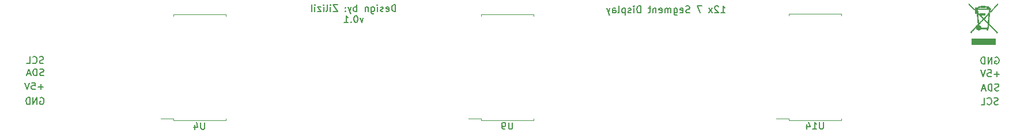
<source format=gbr>
%TF.GenerationSoftware,KiCad,Pcbnew,(6.0.0)*%
%TF.CreationDate,2023-05-02T22:40:52+02:00*%
%TF.ProjectId,7SegmentDisplay,37536567-6d65-46e7-9444-6973706c6179,rev?*%
%TF.SameCoordinates,Original*%
%TF.FileFunction,Legend,Bot*%
%TF.FilePolarity,Positive*%
%FSLAX46Y46*%
G04 Gerber Fmt 4.6, Leading zero omitted, Abs format (unit mm)*
G04 Created by KiCad (PCBNEW (6.0.0)) date 2023-05-02 22:40:52*
%MOMM*%
%LPD*%
G01*
G04 APERTURE LIST*
%ADD10C,0.150000*%
%ADD11C,0.010000*%
%ADD12C,0.120000*%
G04 APERTURE END LIST*
D10*
X113126066Y-78539780D02*
X113126066Y-77539780D01*
X112887971Y-77539780D01*
X112745114Y-77587400D01*
X112649876Y-77682638D01*
X112602257Y-77777876D01*
X112554638Y-77968352D01*
X112554638Y-78111209D01*
X112602257Y-78301685D01*
X112649876Y-78396923D01*
X112745114Y-78492161D01*
X112887971Y-78539780D01*
X113126066Y-78539780D01*
X111745114Y-78492161D02*
X111840352Y-78539780D01*
X112030828Y-78539780D01*
X112126066Y-78492161D01*
X112173685Y-78396923D01*
X112173685Y-78015971D01*
X112126066Y-77920733D01*
X112030828Y-77873114D01*
X111840352Y-77873114D01*
X111745114Y-77920733D01*
X111697495Y-78015971D01*
X111697495Y-78111209D01*
X112173685Y-78206447D01*
X111316542Y-78492161D02*
X111221304Y-78539780D01*
X111030828Y-78539780D01*
X110935590Y-78492161D01*
X110887971Y-78396923D01*
X110887971Y-78349304D01*
X110935590Y-78254066D01*
X111030828Y-78206447D01*
X111173685Y-78206447D01*
X111268923Y-78158828D01*
X111316542Y-78063590D01*
X111316542Y-78015971D01*
X111268923Y-77920733D01*
X111173685Y-77873114D01*
X111030828Y-77873114D01*
X110935590Y-77920733D01*
X110459400Y-78539780D02*
X110459400Y-77873114D01*
X110459400Y-77539780D02*
X110507019Y-77587400D01*
X110459400Y-77635019D01*
X110411780Y-77587400D01*
X110459400Y-77539780D01*
X110459400Y-77635019D01*
X109554638Y-77873114D02*
X109554638Y-78682638D01*
X109602257Y-78777876D01*
X109649876Y-78825495D01*
X109745114Y-78873114D01*
X109887971Y-78873114D01*
X109983209Y-78825495D01*
X109554638Y-78492161D02*
X109649876Y-78539780D01*
X109840352Y-78539780D01*
X109935590Y-78492161D01*
X109983209Y-78444542D01*
X110030828Y-78349304D01*
X110030828Y-78063590D01*
X109983209Y-77968352D01*
X109935590Y-77920733D01*
X109840352Y-77873114D01*
X109649876Y-77873114D01*
X109554638Y-77920733D01*
X109078447Y-77873114D02*
X109078447Y-78539780D01*
X109078447Y-77968352D02*
X109030828Y-77920733D01*
X108935590Y-77873114D01*
X108792733Y-77873114D01*
X108697495Y-77920733D01*
X108649876Y-78015971D01*
X108649876Y-78539780D01*
X107411780Y-78539780D02*
X107411780Y-77539780D01*
X107411780Y-77920733D02*
X107316542Y-77873114D01*
X107126066Y-77873114D01*
X107030828Y-77920733D01*
X106983209Y-77968352D01*
X106935590Y-78063590D01*
X106935590Y-78349304D01*
X106983209Y-78444542D01*
X107030828Y-78492161D01*
X107126066Y-78539780D01*
X107316542Y-78539780D01*
X107411780Y-78492161D01*
X106602257Y-77873114D02*
X106364161Y-78539780D01*
X106126066Y-77873114D02*
X106364161Y-78539780D01*
X106459400Y-78777876D01*
X106507019Y-78825495D01*
X106602257Y-78873114D01*
X105745114Y-78444542D02*
X105697495Y-78492161D01*
X105745114Y-78539780D01*
X105792733Y-78492161D01*
X105745114Y-78444542D01*
X105745114Y-78539780D01*
X105745114Y-77920733D02*
X105697495Y-77968352D01*
X105745114Y-78015971D01*
X105792733Y-77968352D01*
X105745114Y-77920733D01*
X105745114Y-78015971D01*
X104602257Y-77539780D02*
X103935590Y-77539780D01*
X104602257Y-78539780D01*
X103935590Y-78539780D01*
X103554638Y-78539780D02*
X103554638Y-77873114D01*
X103554638Y-77539780D02*
X103602257Y-77587400D01*
X103554638Y-77635019D01*
X103507019Y-77587400D01*
X103554638Y-77539780D01*
X103554638Y-77635019D01*
X102935590Y-78539780D02*
X103030828Y-78492161D01*
X103078447Y-78396923D01*
X103078447Y-77539780D01*
X102554638Y-78539780D02*
X102554638Y-77873114D01*
X102554638Y-77539780D02*
X102602257Y-77587400D01*
X102554638Y-77635019D01*
X102507019Y-77587400D01*
X102554638Y-77539780D01*
X102554638Y-77635019D01*
X102173685Y-77873114D02*
X101649876Y-77873114D01*
X102173685Y-78539780D01*
X101649876Y-78539780D01*
X101268923Y-78539780D02*
X101268923Y-77873114D01*
X101268923Y-77539780D02*
X101316542Y-77587400D01*
X101268923Y-77635019D01*
X101221304Y-77587400D01*
X101268923Y-77539780D01*
X101268923Y-77635019D01*
X100792733Y-78539780D02*
X100792733Y-77539780D01*
X108387971Y-79483114D02*
X108149876Y-80149780D01*
X107911780Y-79483114D01*
X107340352Y-79149780D02*
X107245114Y-79149780D01*
X107149876Y-79197400D01*
X107102257Y-79245019D01*
X107054638Y-79340257D01*
X107007019Y-79530733D01*
X107007019Y-79768828D01*
X107054638Y-79959304D01*
X107102257Y-80054542D01*
X107149876Y-80102161D01*
X107245114Y-80149780D01*
X107340352Y-80149780D01*
X107435590Y-80102161D01*
X107483209Y-80054542D01*
X107530828Y-79959304D01*
X107578447Y-79768828D01*
X107578447Y-79530733D01*
X107530828Y-79340257D01*
X107483209Y-79245019D01*
X107435590Y-79197400D01*
X107340352Y-79149780D01*
X106578447Y-80054542D02*
X106530828Y-80102161D01*
X106578447Y-80149780D01*
X106626066Y-80102161D01*
X106578447Y-80054542D01*
X106578447Y-80149780D01*
X105578447Y-80149780D02*
X106149876Y-80149780D01*
X105864161Y-80149780D02*
X105864161Y-79149780D01*
X105959400Y-79292638D01*
X106054638Y-79387876D01*
X106149876Y-79435495D01*
X160952438Y-78735180D02*
X161523866Y-78735180D01*
X161238152Y-78735180D02*
X161238152Y-77735180D01*
X161333390Y-77878038D01*
X161428628Y-77973276D01*
X161523866Y-78020895D01*
X160571485Y-77830419D02*
X160523866Y-77782800D01*
X160428628Y-77735180D01*
X160190533Y-77735180D01*
X160095295Y-77782800D01*
X160047676Y-77830419D01*
X160000057Y-77925657D01*
X160000057Y-78020895D01*
X160047676Y-78163752D01*
X160619104Y-78735180D01*
X160000057Y-78735180D01*
X159666723Y-78735180D02*
X159142914Y-78068514D01*
X159666723Y-78068514D02*
X159142914Y-78735180D01*
X158095295Y-77735180D02*
X157428628Y-77735180D01*
X157857200Y-78735180D01*
X156333390Y-78687561D02*
X156190533Y-78735180D01*
X155952438Y-78735180D01*
X155857200Y-78687561D01*
X155809580Y-78639942D01*
X155761961Y-78544704D01*
X155761961Y-78449466D01*
X155809580Y-78354228D01*
X155857200Y-78306609D01*
X155952438Y-78258990D01*
X156142914Y-78211371D01*
X156238152Y-78163752D01*
X156285771Y-78116133D01*
X156333390Y-78020895D01*
X156333390Y-77925657D01*
X156285771Y-77830419D01*
X156238152Y-77782800D01*
X156142914Y-77735180D01*
X155904819Y-77735180D01*
X155761961Y-77782800D01*
X154952438Y-78687561D02*
X155047676Y-78735180D01*
X155238152Y-78735180D01*
X155333390Y-78687561D01*
X155381009Y-78592323D01*
X155381009Y-78211371D01*
X155333390Y-78116133D01*
X155238152Y-78068514D01*
X155047676Y-78068514D01*
X154952438Y-78116133D01*
X154904819Y-78211371D01*
X154904819Y-78306609D01*
X155381009Y-78401847D01*
X154047676Y-78068514D02*
X154047676Y-78878038D01*
X154095295Y-78973276D01*
X154142914Y-79020895D01*
X154238152Y-79068514D01*
X154381009Y-79068514D01*
X154476247Y-79020895D01*
X154047676Y-78687561D02*
X154142914Y-78735180D01*
X154333390Y-78735180D01*
X154428628Y-78687561D01*
X154476247Y-78639942D01*
X154523866Y-78544704D01*
X154523866Y-78258990D01*
X154476247Y-78163752D01*
X154428628Y-78116133D01*
X154333390Y-78068514D01*
X154142914Y-78068514D01*
X154047676Y-78116133D01*
X153571485Y-78735180D02*
X153571485Y-78068514D01*
X153571485Y-78163752D02*
X153523866Y-78116133D01*
X153428628Y-78068514D01*
X153285771Y-78068514D01*
X153190533Y-78116133D01*
X153142914Y-78211371D01*
X153142914Y-78735180D01*
X153142914Y-78211371D02*
X153095295Y-78116133D01*
X153000057Y-78068514D01*
X152857200Y-78068514D01*
X152761961Y-78116133D01*
X152714342Y-78211371D01*
X152714342Y-78735180D01*
X151857200Y-78687561D02*
X151952438Y-78735180D01*
X152142914Y-78735180D01*
X152238152Y-78687561D01*
X152285771Y-78592323D01*
X152285771Y-78211371D01*
X152238152Y-78116133D01*
X152142914Y-78068514D01*
X151952438Y-78068514D01*
X151857200Y-78116133D01*
X151809580Y-78211371D01*
X151809580Y-78306609D01*
X152285771Y-78401847D01*
X151381009Y-78068514D02*
X151381009Y-78735180D01*
X151381009Y-78163752D02*
X151333390Y-78116133D01*
X151238152Y-78068514D01*
X151095295Y-78068514D01*
X151000057Y-78116133D01*
X150952438Y-78211371D01*
X150952438Y-78735180D01*
X150619104Y-78068514D02*
X150238152Y-78068514D01*
X150476247Y-77735180D02*
X150476247Y-78592323D01*
X150428628Y-78687561D01*
X150333390Y-78735180D01*
X150238152Y-78735180D01*
X149142914Y-78735180D02*
X149142914Y-77735180D01*
X148904819Y-77735180D01*
X148761961Y-77782800D01*
X148666723Y-77878038D01*
X148619104Y-77973276D01*
X148571485Y-78163752D01*
X148571485Y-78306609D01*
X148619104Y-78497085D01*
X148666723Y-78592323D01*
X148761961Y-78687561D01*
X148904819Y-78735180D01*
X149142914Y-78735180D01*
X148142914Y-78735180D02*
X148142914Y-78068514D01*
X148142914Y-77735180D02*
X148190533Y-77782800D01*
X148142914Y-77830419D01*
X148095295Y-77782800D01*
X148142914Y-77735180D01*
X148142914Y-77830419D01*
X147714342Y-78687561D02*
X147619104Y-78735180D01*
X147428628Y-78735180D01*
X147333390Y-78687561D01*
X147285771Y-78592323D01*
X147285771Y-78544704D01*
X147333390Y-78449466D01*
X147428628Y-78401847D01*
X147571485Y-78401847D01*
X147666723Y-78354228D01*
X147714342Y-78258990D01*
X147714342Y-78211371D01*
X147666723Y-78116133D01*
X147571485Y-78068514D01*
X147428628Y-78068514D01*
X147333390Y-78116133D01*
X146857200Y-78068514D02*
X146857200Y-79068514D01*
X146857200Y-78116133D02*
X146761961Y-78068514D01*
X146571485Y-78068514D01*
X146476247Y-78116133D01*
X146428628Y-78163752D01*
X146381009Y-78258990D01*
X146381009Y-78544704D01*
X146428628Y-78639942D01*
X146476247Y-78687561D01*
X146571485Y-78735180D01*
X146761961Y-78735180D01*
X146857200Y-78687561D01*
X145809580Y-78735180D02*
X145904819Y-78687561D01*
X145952438Y-78592323D01*
X145952438Y-77735180D01*
X145000057Y-78735180D02*
X145000057Y-78211371D01*
X145047676Y-78116133D01*
X145142914Y-78068514D01*
X145333390Y-78068514D01*
X145428628Y-78116133D01*
X145000057Y-78687561D02*
X145095295Y-78735180D01*
X145333390Y-78735180D01*
X145428628Y-78687561D01*
X145476247Y-78592323D01*
X145476247Y-78497085D01*
X145428628Y-78401847D01*
X145333390Y-78354228D01*
X145095295Y-78354228D01*
X145000057Y-78306609D01*
X144619104Y-78068514D02*
X144381009Y-78735180D01*
X144142914Y-78068514D02*
X144381009Y-78735180D01*
X144476247Y-78973276D01*
X144523866Y-79020895D01*
X144619104Y-79068514D01*
X201647276Y-92174961D02*
X201504419Y-92222580D01*
X201266323Y-92222580D01*
X201171085Y-92174961D01*
X201123466Y-92127342D01*
X201075847Y-92032104D01*
X201075847Y-91936866D01*
X201123466Y-91841628D01*
X201171085Y-91794009D01*
X201266323Y-91746390D01*
X201456800Y-91698771D01*
X201552038Y-91651152D01*
X201599657Y-91603533D01*
X201647276Y-91508295D01*
X201647276Y-91413057D01*
X201599657Y-91317819D01*
X201552038Y-91270200D01*
X201456800Y-91222580D01*
X201218704Y-91222580D01*
X201075847Y-91270200D01*
X200075847Y-92127342D02*
X200123466Y-92174961D01*
X200266323Y-92222580D01*
X200361561Y-92222580D01*
X200504419Y-92174961D01*
X200599657Y-92079723D01*
X200647276Y-91984485D01*
X200694895Y-91794009D01*
X200694895Y-91651152D01*
X200647276Y-91460676D01*
X200599657Y-91365438D01*
X200504419Y-91270200D01*
X200361561Y-91222580D01*
X200266323Y-91222580D01*
X200123466Y-91270200D01*
X200075847Y-91317819D01*
X199171085Y-92222580D02*
X199647276Y-92222580D01*
X199647276Y-91222580D01*
X201844114Y-87752228D02*
X201082209Y-87752228D01*
X201463161Y-88133180D02*
X201463161Y-87371276D01*
X200129828Y-87133180D02*
X200606019Y-87133180D01*
X200653638Y-87609371D01*
X200606019Y-87561752D01*
X200510780Y-87514133D01*
X200272685Y-87514133D01*
X200177447Y-87561752D01*
X200129828Y-87609371D01*
X200082209Y-87704609D01*
X200082209Y-87942704D01*
X200129828Y-88037942D01*
X200177447Y-88085561D01*
X200272685Y-88133180D01*
X200510780Y-88133180D01*
X200606019Y-88085561D01*
X200653638Y-88037942D01*
X199796495Y-87133180D02*
X199463161Y-88133180D01*
X199129828Y-87133180D01*
X201747285Y-90142961D02*
X201604428Y-90190580D01*
X201366333Y-90190580D01*
X201271095Y-90142961D01*
X201223476Y-90095342D01*
X201175857Y-90000104D01*
X201175857Y-89904866D01*
X201223476Y-89809628D01*
X201271095Y-89762009D01*
X201366333Y-89714390D01*
X201556809Y-89666771D01*
X201652047Y-89619152D01*
X201699666Y-89571533D01*
X201747285Y-89476295D01*
X201747285Y-89381057D01*
X201699666Y-89285819D01*
X201652047Y-89238200D01*
X201556809Y-89190580D01*
X201318714Y-89190580D01*
X201175857Y-89238200D01*
X200747285Y-90190580D02*
X200747285Y-89190580D01*
X200509190Y-89190580D01*
X200366333Y-89238200D01*
X200271095Y-89333438D01*
X200223476Y-89428676D01*
X200175857Y-89619152D01*
X200175857Y-89762009D01*
X200223476Y-89952485D01*
X200271095Y-90047723D01*
X200366333Y-90142961D01*
X200509190Y-90190580D01*
X200747285Y-90190580D01*
X199794904Y-89904866D02*
X199318714Y-89904866D01*
X199890142Y-90190580D02*
X199556809Y-89190580D01*
X199223476Y-90190580D01*
X201218704Y-85275800D02*
X201313942Y-85228180D01*
X201456800Y-85228180D01*
X201599657Y-85275800D01*
X201694895Y-85371038D01*
X201742514Y-85466276D01*
X201790133Y-85656752D01*
X201790133Y-85799609D01*
X201742514Y-85990085D01*
X201694895Y-86085323D01*
X201599657Y-86180561D01*
X201456800Y-86228180D01*
X201361561Y-86228180D01*
X201218704Y-86180561D01*
X201171085Y-86132942D01*
X201171085Y-85799609D01*
X201361561Y-85799609D01*
X200742514Y-86228180D02*
X200742514Y-85228180D01*
X200171085Y-86228180D01*
X200171085Y-85228180D01*
X199694895Y-86228180D02*
X199694895Y-85228180D01*
X199456800Y-85228180D01*
X199313942Y-85275800D01*
X199218704Y-85371038D01*
X199171085Y-85466276D01*
X199123466Y-85656752D01*
X199123466Y-85799609D01*
X199171085Y-85990085D01*
X199218704Y-86085323D01*
X199313942Y-86180561D01*
X199456800Y-86228180D01*
X199694895Y-86228180D01*
X61388476Y-86129761D02*
X61245619Y-86177380D01*
X61007523Y-86177380D01*
X60912285Y-86129761D01*
X60864666Y-86082142D01*
X60817047Y-85986904D01*
X60817047Y-85891666D01*
X60864666Y-85796428D01*
X60912285Y-85748809D01*
X61007523Y-85701190D01*
X61198000Y-85653571D01*
X61293238Y-85605952D01*
X61340857Y-85558333D01*
X61388476Y-85463095D01*
X61388476Y-85367857D01*
X61340857Y-85272619D01*
X61293238Y-85225000D01*
X61198000Y-85177380D01*
X60959904Y-85177380D01*
X60817047Y-85225000D01*
X59817047Y-86082142D02*
X59864666Y-86129761D01*
X60007523Y-86177380D01*
X60102761Y-86177380D01*
X60245619Y-86129761D01*
X60340857Y-86034523D01*
X60388476Y-85939285D01*
X60436095Y-85748809D01*
X60436095Y-85605952D01*
X60388476Y-85415476D01*
X60340857Y-85320238D01*
X60245619Y-85225000D01*
X60102761Y-85177380D01*
X60007523Y-85177380D01*
X59864666Y-85225000D01*
X59817047Y-85272619D01*
X58912285Y-86177380D02*
X59388476Y-86177380D01*
X59388476Y-85177380D01*
X61437685Y-87933161D02*
X61294828Y-87980780D01*
X61056733Y-87980780D01*
X60961495Y-87933161D01*
X60913876Y-87885542D01*
X60866257Y-87790304D01*
X60866257Y-87695066D01*
X60913876Y-87599828D01*
X60961495Y-87552209D01*
X61056733Y-87504590D01*
X61247209Y-87456971D01*
X61342447Y-87409352D01*
X61390066Y-87361733D01*
X61437685Y-87266495D01*
X61437685Y-87171257D01*
X61390066Y-87076019D01*
X61342447Y-87028400D01*
X61247209Y-86980780D01*
X61009114Y-86980780D01*
X60866257Y-87028400D01*
X60437685Y-87980780D02*
X60437685Y-86980780D01*
X60199590Y-86980780D01*
X60056733Y-87028400D01*
X59961495Y-87123638D01*
X59913876Y-87218876D01*
X59866257Y-87409352D01*
X59866257Y-87552209D01*
X59913876Y-87742685D01*
X59961495Y-87837923D01*
X60056733Y-87933161D01*
X60199590Y-87980780D01*
X60437685Y-87980780D01*
X59485304Y-87695066D02*
X59009114Y-87695066D01*
X59580542Y-87980780D02*
X59247209Y-86980780D01*
X58913876Y-87980780D01*
X61382114Y-89631828D02*
X60620209Y-89631828D01*
X61001161Y-90012780D02*
X61001161Y-89250876D01*
X59667828Y-89012780D02*
X60144019Y-89012780D01*
X60191638Y-89488971D01*
X60144019Y-89441352D01*
X60048780Y-89393733D01*
X59810685Y-89393733D01*
X59715447Y-89441352D01*
X59667828Y-89488971D01*
X59620209Y-89584209D01*
X59620209Y-89822304D01*
X59667828Y-89917542D01*
X59715447Y-89965161D01*
X59810685Y-90012780D01*
X60048780Y-90012780D01*
X60144019Y-89965161D01*
X60191638Y-89917542D01*
X59334495Y-89012780D02*
X59001161Y-90012780D01*
X58667828Y-89012780D01*
X60909104Y-91244800D02*
X61004342Y-91197180D01*
X61147200Y-91197180D01*
X61290057Y-91244800D01*
X61385295Y-91340038D01*
X61432914Y-91435276D01*
X61480533Y-91625752D01*
X61480533Y-91768609D01*
X61432914Y-91959085D01*
X61385295Y-92054323D01*
X61290057Y-92149561D01*
X61147200Y-92197180D01*
X61051961Y-92197180D01*
X60909104Y-92149561D01*
X60861485Y-92101942D01*
X60861485Y-91768609D01*
X61051961Y-91768609D01*
X60432914Y-92197180D02*
X60432914Y-91197180D01*
X59861485Y-92197180D01*
X59861485Y-91197180D01*
X59385295Y-92197180D02*
X59385295Y-91197180D01*
X59147200Y-91197180D01*
X59004342Y-91244800D01*
X58909104Y-91340038D01*
X58861485Y-91435276D01*
X58813866Y-91625752D01*
X58813866Y-91768609D01*
X58861485Y-91959085D01*
X58909104Y-92054323D01*
X59004342Y-92149561D01*
X59147200Y-92197180D01*
X59385295Y-92197180D01*
%TO.C,U14*%
X175990095Y-94816980D02*
X175990095Y-95626504D01*
X175942476Y-95721742D01*
X175894857Y-95769361D01*
X175799619Y-95816980D01*
X175609142Y-95816980D01*
X175513904Y-95769361D01*
X175466285Y-95721742D01*
X175418666Y-95626504D01*
X175418666Y-94816980D01*
X174418666Y-95816980D02*
X174990095Y-95816980D01*
X174704380Y-95816980D02*
X174704380Y-94816980D01*
X174799619Y-94959838D01*
X174894857Y-95055076D01*
X174990095Y-95102695D01*
X173561523Y-95150314D02*
X173561523Y-95816980D01*
X173799619Y-94769361D02*
X174037714Y-95483647D01*
X173418666Y-95483647D01*
%TO.C,U4*%
X85080159Y-94865224D02*
X85080159Y-95674748D01*
X85032540Y-95769986D01*
X84984921Y-95817605D01*
X84889683Y-95865224D01*
X84699207Y-95865224D01*
X84603969Y-95817605D01*
X84556350Y-95769986D01*
X84508731Y-95674748D01*
X84508731Y-94865224D01*
X83603969Y-95198558D02*
X83603969Y-95865224D01*
X83842064Y-94817605D02*
X84080159Y-95531891D01*
X83461112Y-95531891D01*
%TO.C,U9*%
X130301904Y-94845975D02*
X130301904Y-95655499D01*
X130254285Y-95750737D01*
X130206666Y-95798356D01*
X130111428Y-95845975D01*
X129920952Y-95845975D01*
X129825714Y-95798356D01*
X129778095Y-95750737D01*
X129730476Y-95655499D01*
X129730476Y-94845975D01*
X129206666Y-95845975D02*
X129016190Y-95845975D01*
X128920952Y-95798356D01*
X128873333Y-95750737D01*
X128778095Y-95607880D01*
X128730476Y-95417404D01*
X128730476Y-95036452D01*
X128778095Y-94941214D01*
X128825714Y-94893595D01*
X128920952Y-94845975D01*
X129111428Y-94845975D01*
X129206666Y-94893595D01*
X129254285Y-94941214D01*
X129301904Y-95036452D01*
X129301904Y-95274547D01*
X129254285Y-95369785D01*
X129206666Y-95417404D01*
X129111428Y-95465023D01*
X128920952Y-95465023D01*
X128825714Y-95417404D01*
X128778095Y-95369785D01*
X128730476Y-95274547D01*
D11*
%TO.C,REF\u002A\u002A*%
X197718378Y-83358022D02*
X201239171Y-83358022D01*
X201239171Y-83358022D02*
X201239171Y-82490398D01*
X201239171Y-82490398D02*
X197718378Y-82490398D01*
X197718378Y-82490398D02*
X197718378Y-83358022D01*
X197718378Y-83358022D02*
X197718378Y-83358022D01*
G36*
X201239171Y-83358022D02*
G01*
X197718378Y-83358022D01*
X197718378Y-82490398D01*
X201239171Y-82490398D01*
X201239171Y-83358022D01*
G37*
X201239171Y-83358022D02*
X197718378Y-83358022D01*
X197718378Y-82490398D01*
X201239171Y-82490398D01*
X201239171Y-83358022D01*
X197341770Y-77405048D02*
X197342389Y-77492131D01*
X197342389Y-77492131D02*
X197794114Y-77951091D01*
X197794114Y-77951091D02*
X198245839Y-78410052D01*
X198245839Y-78410052D02*
X198246168Y-78620671D01*
X198246168Y-78620671D02*
X198246497Y-78831289D01*
X198246497Y-78831289D02*
X198521590Y-78831289D01*
X198521590Y-78831289D02*
X198528678Y-78884730D01*
X198528678Y-78884730D02*
X198531362Y-78909088D01*
X198531362Y-78909088D02*
X198535887Y-78954959D01*
X198535887Y-78954959D02*
X198542009Y-79019605D01*
X198542009Y-79019605D02*
X198549488Y-79100291D01*
X198549488Y-79100291D02*
X198558081Y-79194281D01*
X198558081Y-79194281D02*
X198567546Y-79298837D01*
X198567546Y-79298837D02*
X198577642Y-79411225D01*
X198577642Y-79411225D02*
X198588126Y-79528707D01*
X198588126Y-79528707D02*
X198598756Y-79648548D01*
X198598756Y-79648548D02*
X198609291Y-79768011D01*
X198609291Y-79768011D02*
X198619487Y-79884359D01*
X198619487Y-79884359D02*
X198629105Y-79994857D01*
X198629105Y-79994857D02*
X198637900Y-80096769D01*
X198637900Y-80096769D02*
X198645632Y-80187358D01*
X198645632Y-80187358D02*
X198652058Y-80263887D01*
X198652058Y-80263887D02*
X198656937Y-80323621D01*
X198656937Y-80323621D02*
X198660025Y-80363824D01*
X198660025Y-80363824D02*
X198661083Y-80381759D01*
X198661083Y-80381759D02*
X198661082Y-80381844D01*
X198661082Y-80381844D02*
X198653373Y-80396235D01*
X198653373Y-80396235D02*
X198630219Y-80425948D01*
X198630219Y-80425948D02*
X198591305Y-80471331D01*
X198591305Y-80471331D02*
X198536316Y-80532729D01*
X198536316Y-80532729D02*
X198464936Y-80610488D01*
X198464936Y-80610488D02*
X198376851Y-80704954D01*
X198376851Y-80704954D02*
X198271746Y-80816472D01*
X198271746Y-80816472D02*
X198149305Y-80945388D01*
X198149305Y-80945388D02*
X198114890Y-80981487D01*
X198114890Y-80981487D02*
X197569063Y-81553616D01*
X197569063Y-81553616D02*
X197657319Y-81641636D01*
X197657319Y-81641636D02*
X197728715Y-81563958D01*
X197728715Y-81563958D02*
X197754834Y-81535886D01*
X197754834Y-81535886D02*
X197795634Y-81492474D01*
X197795634Y-81492474D02*
X197848423Y-81436566D01*
X197848423Y-81436566D02*
X197910509Y-81371008D01*
X197910509Y-81371008D02*
X197979200Y-81298641D01*
X197979200Y-81298641D02*
X198051804Y-81222312D01*
X198051804Y-81222312D02*
X198095240Y-81176724D01*
X198095240Y-81176724D02*
X198176784Y-81091319D01*
X198176784Y-81091319D02*
X198242696Y-81022910D01*
X198242696Y-81022910D02*
X198294656Y-80970253D01*
X198294656Y-80970253D02*
X198334345Y-80932105D01*
X198334345Y-80932105D02*
X198363443Y-80907220D01*
X198363443Y-80907220D02*
X198383631Y-80894356D01*
X198383631Y-80894356D02*
X198396590Y-80892268D01*
X198396590Y-80892268D02*
X198404000Y-80899713D01*
X198404000Y-80899713D02*
X198407542Y-80915446D01*
X198407542Y-80915446D02*
X198408897Y-80938223D01*
X198408897Y-80938223D02*
X198409079Y-80944439D01*
X198409079Y-80944439D02*
X198418497Y-80987261D01*
X198418497Y-80987261D02*
X198441703Y-81039019D01*
X198441703Y-81039019D02*
X198474064Y-81091528D01*
X198474064Y-81091528D02*
X198510948Y-81136603D01*
X198510948Y-81136603D02*
X198525707Y-81150528D01*
X198525707Y-81150528D02*
X198601433Y-81199247D01*
X198601433Y-81199247D02*
X198689892Y-81226506D01*
X198689892Y-81226506D02*
X198768100Y-81232973D01*
X198768100Y-81232973D02*
X198856732Y-81220776D01*
X198856732Y-81220776D02*
X198938588Y-81185013D01*
X198938588Y-81185013D02*
X199011036Y-81126922D01*
X199011036Y-81126922D02*
X199024403Y-81112462D01*
X199024403Y-81112462D02*
X199073282Y-81056933D01*
X199073282Y-81056933D02*
X199918874Y-81056933D01*
X199918874Y-81056933D02*
X199918874Y-81232973D01*
X199918874Y-81232973D02*
X200145210Y-81232973D01*
X200145210Y-81232973D02*
X200145210Y-81150731D01*
X200145210Y-81150731D02*
X200148050Y-81094586D01*
X200148050Y-81094586D02*
X200157593Y-81055616D01*
X200157593Y-81055616D02*
X200169191Y-81034419D01*
X200169191Y-81034419D02*
X200177477Y-81019252D01*
X200177477Y-81019252D02*
X200184573Y-80997262D01*
X200184573Y-80997262D02*
X200190948Y-80965187D01*
X200190948Y-80965187D02*
X200197072Y-80919769D01*
X200197072Y-80919769D02*
X200203416Y-80857748D01*
X200203416Y-80857748D02*
X200210450Y-80775862D01*
X200210450Y-80775862D02*
X200215266Y-80714946D01*
X200215266Y-80714946D02*
X200237361Y-80429543D01*
X200237361Y-80429543D02*
X200779765Y-80979005D01*
X200779765Y-80979005D02*
X200877837Y-81078428D01*
X200877837Y-81078428D02*
X200971984Y-81174015D01*
X200971984Y-81174015D02*
X201060485Y-81264010D01*
X201060485Y-81264010D02*
X201141620Y-81346657D01*
X201141620Y-81346657D02*
X201213669Y-81420201D01*
X201213669Y-81420201D02*
X201274912Y-81482884D01*
X201274912Y-81482884D02*
X201323627Y-81532952D01*
X201323627Y-81532952D02*
X201358096Y-81568648D01*
X201358096Y-81568648D02*
X201376579Y-81588195D01*
X201376579Y-81588195D02*
X201406943Y-81619144D01*
X201406943Y-81619144D02*
X201432271Y-81640730D01*
X201432271Y-81640730D02*
X201445895Y-81647923D01*
X201445895Y-81647923D02*
X201463295Y-81639497D01*
X201463295Y-81639497D02*
X201488660Y-81618445D01*
X201488660Y-81618445D02*
X201497258Y-81609871D01*
X201497258Y-81609871D02*
X201533714Y-81571820D01*
X201533714Y-81571820D02*
X201333002Y-81367858D01*
X201333002Y-81367858D02*
X201281796Y-81315899D01*
X201281796Y-81315899D02*
X201215769Y-81249020D01*
X201215769Y-81249020D02*
X201137818Y-81170150D01*
X201137818Y-81170150D02*
X201050838Y-81082214D01*
X201050838Y-81082214D02*
X200957726Y-80988141D01*
X200957726Y-80988141D02*
X200861379Y-80890858D01*
X200861379Y-80890858D02*
X200764692Y-80793293D01*
X200764692Y-80793293D02*
X200695334Y-80723345D01*
X200695334Y-80723345D02*
X200589903Y-80616750D01*
X200589903Y-80616750D02*
X200501329Y-80526507D01*
X200501329Y-80526507D02*
X200428481Y-80451392D01*
X200428481Y-80451392D02*
X200370223Y-80390186D01*
X200370223Y-80390186D02*
X200325425Y-80341666D01*
X200325425Y-80341666D02*
X200303221Y-80316329D01*
X200303221Y-80316329D02*
X200124924Y-80316329D01*
X200124924Y-80316329D02*
X200102601Y-80601755D01*
X200102601Y-80601755D02*
X200095869Y-80685419D01*
X200095869Y-80685419D02*
X200089357Y-80761927D01*
X200089357Y-80761927D02*
X200083434Y-80827281D01*
X200083434Y-80827281D02*
X200078468Y-80877481D01*
X200078468Y-80877481D02*
X200074829Y-80908529D01*
X200074829Y-80908529D02*
X200073658Y-80915473D01*
X200073658Y-80915473D02*
X200067038Y-80943765D01*
X200067038Y-80943765D02*
X199117564Y-80943765D01*
X199117564Y-80943765D02*
X199111226Y-80864806D01*
X199111226Y-80864806D02*
X199092090Y-80771515D01*
X199092090Y-80771515D02*
X199052046Y-80688991D01*
X199052046Y-80688991D02*
X198993618Y-80620238D01*
X198993618Y-80620238D02*
X198919329Y-80568263D01*
X198919329Y-80568263D02*
X198835948Y-80537063D01*
X198835948Y-80537063D02*
X198808898Y-80522428D01*
X198808898Y-80522428D02*
X198795356Y-80491019D01*
X198795356Y-80491019D02*
X198795072Y-80489634D01*
X198795072Y-80489634D02*
X198793447Y-80476374D01*
X198793447Y-80476374D02*
X198795456Y-80462795D01*
X198795456Y-80462795D02*
X198803058Y-80446381D01*
X198803058Y-80446381D02*
X198818216Y-80424611D01*
X198818216Y-80424611D02*
X198842888Y-80394967D01*
X198842888Y-80394967D02*
X198879036Y-80354932D01*
X198879036Y-80354932D02*
X198928620Y-80301985D01*
X198928620Y-80301985D02*
X198993601Y-80233609D01*
X198993601Y-80233609D02*
X198997799Y-80229205D01*
X198997799Y-80229205D02*
X199067693Y-80155811D01*
X199067693Y-80155811D02*
X199142000Y-80077637D01*
X199142000Y-80077637D02*
X199215614Y-80000064D01*
X199215614Y-80000064D02*
X199283429Y-79928475D01*
X199283429Y-79928475D02*
X199340340Y-79868251D01*
X199340340Y-79868251D02*
X199353032Y-79854787D01*
X199353032Y-79854787D02*
X199401687Y-79804020D01*
X199401687Y-79804020D02*
X199444909Y-79760575D01*
X199444909Y-79760575D02*
X199479595Y-79727441D01*
X199479595Y-79727441D02*
X199502644Y-79707605D01*
X199502644Y-79707605D02*
X199510382Y-79703246D01*
X199510382Y-79703246D02*
X199521922Y-79712370D01*
X199521922Y-79712370D02*
X199548910Y-79737400D01*
X199548910Y-79737400D02*
X199589221Y-79776252D01*
X199589221Y-79776252D02*
X199640729Y-79826843D01*
X199640729Y-79826843D02*
X199701309Y-79887088D01*
X199701309Y-79887088D02*
X199768836Y-79954904D01*
X199768836Y-79954904D02*
X199824026Y-80010765D01*
X199824026Y-80010765D02*
X200124924Y-80316329D01*
X200124924Y-80316329D02*
X200303221Y-80316329D01*
X200303221Y-80316329D02*
X200292951Y-80304611D01*
X200292951Y-80304611D02*
X200271671Y-80277799D01*
X200271671Y-80277799D02*
X200260451Y-80260008D01*
X200260451Y-80260008D02*
X200257954Y-80251770D01*
X200257954Y-80251770D02*
X200258900Y-80233790D01*
X200258900Y-80233790D02*
X200261773Y-80193092D01*
X200261773Y-80193092D02*
X200266387Y-80132019D01*
X200266387Y-80132019D02*
X200272558Y-80052913D01*
X200272558Y-80052913D02*
X200280098Y-79958114D01*
X200280098Y-79958114D02*
X200288821Y-79849967D01*
X200288821Y-79849967D02*
X200298543Y-79730812D01*
X200298543Y-79730812D02*
X200309076Y-79602991D01*
X200309076Y-79602991D02*
X200317565Y-79500835D01*
X200317565Y-79500835D02*
X200365596Y-78924874D01*
X200365596Y-78924874D02*
X200242005Y-78924874D01*
X200242005Y-78924874D02*
X200241473Y-78937304D01*
X200241473Y-78937304D02*
X200238969Y-78972310D01*
X200238969Y-78972310D02*
X200234696Y-79027415D01*
X200234696Y-79027415D02*
X200228853Y-79100143D01*
X200228853Y-79100143D02*
X200221643Y-79188014D01*
X200221643Y-79188014D02*
X200213266Y-79288551D01*
X200213266Y-79288551D02*
X200203923Y-79399277D01*
X200203923Y-79399277D02*
X200194958Y-79504405D01*
X200194958Y-79504405D02*
X200184802Y-79623683D01*
X200184802Y-79623683D02*
X200175342Y-79736280D01*
X200175342Y-79736280D02*
X200166796Y-79839505D01*
X200166796Y-79839505D02*
X200159379Y-79930673D01*
X200159379Y-79930673D02*
X200153308Y-80007095D01*
X200153308Y-80007095D02*
X200148801Y-80066083D01*
X200148801Y-80066083D02*
X200146073Y-80104949D01*
X200146073Y-80104949D02*
X200145316Y-80120044D01*
X200145316Y-80120044D02*
X200144135Y-80129438D01*
X200144135Y-80129438D02*
X200139456Y-80133166D01*
X200139456Y-80133166D02*
X200129476Y-80129671D01*
X200129476Y-80129671D02*
X200112390Y-80117399D01*
X200112390Y-80117399D02*
X200086396Y-80094794D01*
X200086396Y-80094794D02*
X200049690Y-80060300D01*
X200049690Y-80060300D02*
X200000467Y-80012362D01*
X200000467Y-80012362D02*
X199936926Y-79949424D01*
X199936926Y-79949424D02*
X199869505Y-79882168D01*
X199869505Y-79882168D02*
X199593801Y-79606677D01*
X199593801Y-79606677D02*
X199595733Y-79604606D01*
X199595733Y-79604606D02*
X199413490Y-79604606D01*
X199413490Y-79604606D02*
X199405184Y-79615980D01*
X199405184Y-79615980D02*
X199381933Y-79642763D01*
X199381933Y-79642763D02*
X199346065Y-79682492D01*
X199346065Y-79682492D02*
X199299913Y-79732707D01*
X199299913Y-79732707D02*
X199245806Y-79790946D01*
X199245806Y-79790946D02*
X199186074Y-79854747D01*
X199186074Y-79854747D02*
X199123048Y-79921649D01*
X199123048Y-79921649D02*
X199059058Y-79989190D01*
X199059058Y-79989190D02*
X198996436Y-80054910D01*
X198996436Y-80054910D02*
X198937510Y-80116346D01*
X198937510Y-80116346D02*
X198884612Y-80171037D01*
X198884612Y-80171037D02*
X198840072Y-80216522D01*
X198840072Y-80216522D02*
X198806220Y-80250338D01*
X198806220Y-80250338D02*
X198785388Y-80270026D01*
X198785388Y-80270026D02*
X198779706Y-80274037D01*
X198779706Y-80274037D02*
X198777834Y-80261091D01*
X198777834Y-80261091D02*
X198773946Y-80225334D01*
X198773946Y-80225334D02*
X198768257Y-80169004D01*
X198768257Y-80169004D02*
X198760981Y-80094340D01*
X198760981Y-80094340D02*
X198752331Y-80003580D01*
X198752331Y-80003580D02*
X198742522Y-79898962D01*
X198742522Y-79898962D02*
X198731766Y-79782726D01*
X198731766Y-79782726D02*
X198720279Y-79657108D01*
X198720279Y-79657108D02*
X198711107Y-79555818D01*
X198711107Y-79555818D02*
X198699374Y-79424479D01*
X198699374Y-79424479D02*
X198688535Y-79300752D01*
X198688535Y-79300752D02*
X198678770Y-79186881D01*
X198678770Y-79186881D02*
X198670263Y-79085111D01*
X198670263Y-79085111D02*
X198663195Y-78997687D01*
X198663195Y-78997687D02*
X198657749Y-78926853D01*
X198657749Y-78926853D02*
X198654108Y-78874853D01*
X198654108Y-78874853D02*
X198652453Y-78843932D01*
X198652453Y-78843932D02*
X198652642Y-78835903D01*
X198652642Y-78835903D02*
X198662534Y-78843054D01*
X198662534Y-78843054D02*
X198687724Y-78866041D01*
X198687724Y-78866041D02*
X198726010Y-78902639D01*
X198726010Y-78902639D02*
X198775189Y-78950622D01*
X198775189Y-78950622D02*
X198833061Y-79007766D01*
X198833061Y-79007766D02*
X198897422Y-79071847D01*
X198897422Y-79071847D02*
X198966071Y-79140638D01*
X198966071Y-79140638D02*
X199036805Y-79211916D01*
X199036805Y-79211916D02*
X199107422Y-79283455D01*
X199107422Y-79283455D02*
X199175720Y-79353030D01*
X199175720Y-79353030D02*
X199239496Y-79418417D01*
X199239496Y-79418417D02*
X199296550Y-79477391D01*
X199296550Y-79477391D02*
X199344678Y-79527727D01*
X199344678Y-79527727D02*
X199381678Y-79567199D01*
X199381678Y-79567199D02*
X199405348Y-79593583D01*
X199405348Y-79593583D02*
X199413490Y-79604606D01*
X199413490Y-79604606D02*
X199595733Y-79604606D01*
X199595733Y-79604606D02*
X199696609Y-79496495D01*
X199696609Y-79496495D02*
X199748968Y-79440577D01*
X199748968Y-79440577D02*
X199807735Y-79378148D01*
X199807735Y-79378148D02*
X199870585Y-79311643D01*
X199870585Y-79311643D02*
X199935195Y-79243498D01*
X199935195Y-79243498D02*
X199999242Y-79176148D01*
X199999242Y-79176148D02*
X200060403Y-79112028D01*
X200060403Y-79112028D02*
X200116353Y-79053572D01*
X200116353Y-79053572D02*
X200164770Y-79003218D01*
X200164770Y-79003218D02*
X200203330Y-78963398D01*
X200203330Y-78963398D02*
X200229709Y-78936550D01*
X200229709Y-78936550D02*
X200241584Y-78925108D01*
X200241584Y-78925108D02*
X200242005Y-78924874D01*
X200242005Y-78924874D02*
X200365596Y-78924874D01*
X200365596Y-78924874D02*
X200377601Y-78780926D01*
X200377601Y-78780926D02*
X200978138Y-78149358D01*
X200978138Y-78149358D02*
X201578675Y-77517789D01*
X201578675Y-77517789D02*
X201578234Y-77429515D01*
X201578234Y-77429515D02*
X201577792Y-77341240D01*
X201577792Y-77341240D02*
X201480783Y-77444866D01*
X201480783Y-77444866D02*
X201426491Y-77502663D01*
X201426491Y-77502663D02*
X201362392Y-77570568D01*
X201362392Y-77570568D02*
X201290216Y-77646772D01*
X201290216Y-77646772D02*
X201211692Y-77729469D01*
X201211692Y-77729469D02*
X201128549Y-77816853D01*
X201128549Y-77816853D02*
X201042519Y-77907115D01*
X201042519Y-77907115D02*
X200955330Y-77998450D01*
X200955330Y-77998450D02*
X200868713Y-78089049D01*
X200868713Y-78089049D02*
X200784397Y-78177107D01*
X200784397Y-78177107D02*
X200704112Y-78260815D01*
X200704112Y-78260815D02*
X200629587Y-78338367D01*
X200629587Y-78338367D02*
X200562554Y-78407957D01*
X200562554Y-78407957D02*
X200504741Y-78467776D01*
X200504741Y-78467776D02*
X200457879Y-78516018D01*
X200457879Y-78516018D02*
X200423696Y-78550876D01*
X200423696Y-78550876D02*
X200403924Y-78570543D01*
X200403924Y-78570543D02*
X200399590Y-78574316D01*
X200399590Y-78574316D02*
X200399292Y-78561192D01*
X200399292Y-78561192D02*
X200400931Y-78527589D01*
X200400931Y-78527589D02*
X200404223Y-78478080D01*
X200404223Y-78478080D02*
X200408882Y-78417237D01*
X200408882Y-78417237D02*
X200410882Y-78392932D01*
X200410882Y-78392932D02*
X200425777Y-78215151D01*
X200425777Y-78215151D02*
X200309155Y-78215151D01*
X200309155Y-78215151D02*
X200303134Y-78243443D01*
X200303134Y-78243443D02*
X200300063Y-78265818D01*
X200300063Y-78265818D02*
X200295748Y-78307917D01*
X200295748Y-78307917D02*
X200290688Y-78364378D01*
X200290688Y-78364378D02*
X200285381Y-78429835D01*
X200285381Y-78429835D02*
X200283544Y-78454062D01*
X200283544Y-78454062D02*
X200278127Y-78523621D01*
X200278127Y-78523621D02*
X200272659Y-78588218D01*
X200272659Y-78588218D02*
X200267688Y-78641748D01*
X200267688Y-78641748D02*
X200263761Y-78678110D01*
X200263761Y-78678110D02*
X200262875Y-78684709D01*
X200262875Y-78684709D02*
X200259534Y-78698256D01*
X200259534Y-78698256D02*
X200252301Y-78714114D01*
X200252301Y-78714114D02*
X200239640Y-78734061D01*
X200239640Y-78734061D02*
X200220011Y-78759873D01*
X200220011Y-78759873D02*
X200191878Y-78793329D01*
X200191878Y-78793329D02*
X200153702Y-78836207D01*
X200153702Y-78836207D02*
X200103946Y-78890283D01*
X200103946Y-78890283D02*
X200041071Y-78957336D01*
X200041071Y-78957336D02*
X199963541Y-79039143D01*
X199963541Y-79039143D02*
X199884451Y-79122150D01*
X199884451Y-79122150D02*
X199805764Y-79204294D01*
X199805764Y-79204294D02*
X199732312Y-79280369D01*
X199732312Y-79280369D02*
X199665924Y-79348525D01*
X199665924Y-79348525D02*
X199608427Y-79406912D01*
X199608427Y-79406912D02*
X199561651Y-79453681D01*
X199561651Y-79453681D02*
X199527424Y-79486982D01*
X199527424Y-79486982D02*
X199507573Y-79504967D01*
X199507573Y-79504967D02*
X199503340Y-79507642D01*
X199503340Y-79507642D02*
X199492203Y-79497941D01*
X199492203Y-79497941D02*
X199466171Y-79472641D01*
X199466171Y-79472641D02*
X199427770Y-79434282D01*
X199427770Y-79434282D02*
X199379528Y-79385400D01*
X199379528Y-79385400D02*
X199323970Y-79328534D01*
X199323970Y-79328534D02*
X199283792Y-79287106D01*
X199283792Y-79287106D02*
X199074031Y-79070200D01*
X199074031Y-79070200D02*
X199692537Y-79070200D01*
X199692537Y-79070200D02*
X199692537Y-78831289D01*
X199692537Y-78831289D02*
X198938081Y-78831289D01*
X198938081Y-78831289D02*
X198938081Y-78937742D01*
X198938081Y-78937742D02*
X198799765Y-78799854D01*
X198799765Y-78799854D02*
X198701647Y-78702040D01*
X198701647Y-78702040D02*
X198510557Y-78702040D01*
X198510557Y-78702040D02*
X198508729Y-78717470D01*
X198508729Y-78717470D02*
X198499477Y-78726067D01*
X198499477Y-78726067D02*
X198477150Y-78729813D01*
X198477150Y-78729813D02*
X198436095Y-78730689D01*
X198436095Y-78730689D02*
X198428824Y-78730695D01*
X198428824Y-78730695D02*
X198347091Y-78730695D01*
X198347091Y-78730695D02*
X198347091Y-78511372D01*
X198347091Y-78511372D02*
X198428824Y-78592379D01*
X198428824Y-78592379D02*
X198474930Y-78641628D01*
X198474930Y-78641628D02*
X198502506Y-78679359D01*
X198502506Y-78679359D02*
X198510557Y-78702040D01*
X198510557Y-78702040D02*
X198701647Y-78702040D01*
X198701647Y-78702040D02*
X198661448Y-78661966D01*
X198661448Y-78661966D02*
X198661448Y-78539152D01*
X198661448Y-78539152D02*
X198661063Y-78482650D01*
X198661063Y-78482650D02*
X198659300Y-78446705D01*
X198659300Y-78446705D02*
X198655250Y-78426730D01*
X198655250Y-78426730D02*
X198648001Y-78418137D01*
X198648001Y-78418137D02*
X198637070Y-78416339D01*
X198637070Y-78416339D02*
X198624912Y-78413698D01*
X198624912Y-78413698D02*
X198615927Y-78403112D01*
X198615927Y-78403112D02*
X198609026Y-78380581D01*
X198609026Y-78380581D02*
X198603124Y-78342109D01*
X198603124Y-78342109D02*
X198597135Y-78283698D01*
X198597135Y-78283698D02*
X198595213Y-78262304D01*
X198595213Y-78262304D02*
X198591052Y-78215151D01*
X198591052Y-78215151D02*
X200309155Y-78215151D01*
X200309155Y-78215151D02*
X200425777Y-78215151D01*
X200425777Y-78215151D02*
X200585309Y-78215151D01*
X200585309Y-78215151D02*
X200585309Y-78101982D01*
X200585309Y-78101982D02*
X200517514Y-78101982D01*
X200517514Y-78101982D02*
X200477862Y-78100896D01*
X200477862Y-78100896D02*
X200456316Y-78095654D01*
X200456316Y-78095654D02*
X200453680Y-78092534D01*
X200453680Y-78092534D02*
X200314816Y-78092534D01*
X200314816Y-78092534D02*
X200307508Y-78099662D01*
X200307508Y-78099662D02*
X200282193Y-78101862D01*
X200282193Y-78101862D02*
X200265108Y-78101982D01*
X200265108Y-78101982D02*
X200208081Y-78101982D01*
X200208081Y-78101982D02*
X199995421Y-78101982D01*
X199995421Y-78101982D02*
X198580898Y-78101982D01*
X198580898Y-78101982D02*
X198628742Y-78052986D01*
X198628742Y-78052986D02*
X198703050Y-77992524D01*
X198703050Y-77992524D02*
X198795016Y-77945891D01*
X198795016Y-77945891D02*
X198906198Y-77912449D01*
X198906198Y-77912449D02*
X199016671Y-77893953D01*
X199016671Y-77893953D02*
X199088973Y-77885322D01*
X199088973Y-77885322D02*
X199088973Y-77976240D01*
X199088973Y-77976240D02*
X199667388Y-77976240D01*
X199667388Y-77976240D02*
X199667388Y-77873093D01*
X199667388Y-77873093D02*
X199752265Y-77881696D01*
X199752265Y-77881696D02*
X199811568Y-77888956D01*
X199811568Y-77888956D02*
X199874751Y-77898579D01*
X199874751Y-77898579D02*
X199912586Y-77905452D01*
X199912586Y-77905452D02*
X199988032Y-77920607D01*
X199988032Y-77920607D02*
X199991726Y-78011295D01*
X199991726Y-78011295D02*
X199995421Y-78101982D01*
X199995421Y-78101982D02*
X200208081Y-78101982D01*
X200208081Y-78101982D02*
X200208081Y-78051685D01*
X200208081Y-78051685D02*
X200209744Y-78020176D01*
X200209744Y-78020176D02*
X200213897Y-78002663D01*
X200213897Y-78002663D02*
X200215571Y-78001388D01*
X200215571Y-78001388D02*
X200234187Y-78009454D01*
X200234187Y-78009454D02*
X200261383Y-78029020D01*
X200261383Y-78029020D02*
X200288648Y-78053144D01*
X200288648Y-78053144D02*
X200307467Y-78074882D01*
X200307467Y-78074882D02*
X200309143Y-78077708D01*
X200309143Y-78077708D02*
X200314816Y-78092534D01*
X200314816Y-78092534D02*
X200453680Y-78092534D01*
X200453680Y-78092534D02*
X200445862Y-78083281D01*
X200445862Y-78083281D02*
X200441642Y-78069804D01*
X200441642Y-78069804D02*
X200424419Y-78034827D01*
X200424419Y-78034827D02*
X200391338Y-77992779D01*
X200391338Y-77992779D02*
X200348093Y-77949556D01*
X200348093Y-77949556D02*
X200300374Y-77911054D01*
X200300374Y-77911054D02*
X200269030Y-77891001D01*
X200269030Y-77891001D02*
X200233323Y-77869051D01*
X200233323Y-77869051D02*
X200215019Y-77850611D01*
X200215019Y-77850611D02*
X200208588Y-77828868D01*
X200208588Y-77828868D02*
X200208094Y-77815918D01*
X200208094Y-77815918D02*
X200208094Y-77812775D01*
X200208094Y-77812775D02*
X199566794Y-77812775D01*
X199566794Y-77812775D02*
X199566794Y-77875646D01*
X199566794Y-77875646D02*
X199189567Y-77875646D01*
X199189567Y-77875646D02*
X199189567Y-77812775D01*
X199189567Y-77812775D02*
X199566794Y-77812775D01*
X199566794Y-77812775D02*
X200208094Y-77812775D01*
X200208094Y-77812775D02*
X200208081Y-77775052D01*
X200208081Y-77775052D02*
X200102248Y-77775052D01*
X200102248Y-77775052D02*
X200053555Y-77776229D01*
X200053555Y-77776229D02*
X200015605Y-77779365D01*
X200015605Y-77779365D02*
X199994508Y-77783871D01*
X199994508Y-77783871D02*
X199992223Y-77785695D01*
X199992223Y-77785695D02*
X199978841Y-77788495D01*
X199978841Y-77788495D02*
X199946274Y-77787348D01*
X199946274Y-77787348D02*
X199900116Y-77782593D01*
X199900116Y-77782593D02*
X199868576Y-77778203D01*
X199868576Y-77778203D02*
X199811388Y-77769578D01*
X199811388Y-77769578D02*
X199759086Y-77761791D01*
X199759086Y-77761791D02*
X199719782Y-77756047D01*
X199719782Y-77756047D02*
X199708255Y-77754415D01*
X199708255Y-77754415D02*
X199678137Y-77745088D01*
X199678137Y-77745088D02*
X199667388Y-77730472D01*
X199667388Y-77730472D02*
X199664120Y-77724520D01*
X199664120Y-77724520D02*
X199652430Y-77719978D01*
X199652430Y-77719978D02*
X199629488Y-77716670D01*
X199629488Y-77716670D02*
X199592465Y-77714415D01*
X199592465Y-77714415D02*
X199538532Y-77713034D01*
X199538532Y-77713034D02*
X199464860Y-77712350D01*
X199464860Y-77712350D02*
X199378180Y-77712180D01*
X199378180Y-77712180D02*
X199285671Y-77712277D01*
X199285671Y-77712277D02*
X199215294Y-77712730D01*
X199215294Y-77712730D02*
X199164036Y-77713790D01*
X199164036Y-77713790D02*
X199128880Y-77715703D01*
X199128880Y-77715703D02*
X199106811Y-77718719D01*
X199106811Y-77718719D02*
X199094815Y-77723085D01*
X199094815Y-77723085D02*
X199089876Y-77729049D01*
X199089876Y-77729049D02*
X199088973Y-77735984D01*
X199088973Y-77735984D02*
X199081279Y-77757995D01*
X199081279Y-77757995D02*
X199056079Y-77770521D01*
X199056079Y-77770521D02*
X199010191Y-77774988D01*
X199010191Y-77774988D02*
X199001936Y-77775052D01*
X199001936Y-77775052D02*
X198924227Y-77783068D01*
X198924227Y-77783068D02*
X198835967Y-77805136D01*
X198835967Y-77805136D02*
X198745115Y-77838284D01*
X198745115Y-77838284D02*
X198659630Y-77879539D01*
X198659630Y-77879539D02*
X198587474Y-77925931D01*
X198587474Y-77925931D02*
X198578128Y-77933282D01*
X198578128Y-77933282D02*
X198547667Y-77957198D01*
X198547667Y-77957198D02*
X198529628Y-77966776D01*
X198529628Y-77966776D02*
X198517031Y-77963680D01*
X198517031Y-77963680D02*
X198504100Y-77950904D01*
X198504100Y-77950904D02*
X198465907Y-77925878D01*
X198465907Y-77925878D02*
X198416202Y-77916271D01*
X198416202Y-77916271D02*
X198362676Y-77921267D01*
X198362676Y-77921267D02*
X198313022Y-77940051D01*
X198313022Y-77940051D02*
X198274933Y-77971806D01*
X198274933Y-77971806D02*
X198272175Y-77975497D01*
X198272175Y-77975497D02*
X198243674Y-78034775D01*
X198243674Y-78034775D02*
X198238372Y-78096134D01*
X198238372Y-78096134D02*
X198255682Y-78154627D01*
X198255682Y-78154627D02*
X198295020Y-78205304D01*
X198295020Y-78205304D02*
X198299830Y-78209489D01*
X198299830Y-78209489D02*
X198327760Y-78229367D01*
X198327760Y-78229367D02*
X198356098Y-78238121D01*
X198356098Y-78238121D02*
X198395937Y-78238753D01*
X198395937Y-78238753D02*
X198405889Y-78238192D01*
X198405889Y-78238192D02*
X198444868Y-78236762D01*
X198444868Y-78236762D02*
X198464946Y-78240039D01*
X198464946Y-78240039D02*
X198472215Y-78249928D01*
X198472215Y-78249928D02*
X198472960Y-78259161D01*
X198472960Y-78259161D02*
X198474484Y-78285944D01*
X198474484Y-78285944D02*
X198478265Y-78326225D01*
X198478265Y-78326225D02*
X198480982Y-78350324D01*
X198480982Y-78350324D02*
X198484923Y-78388601D01*
X198484923Y-78388601D02*
X198483284Y-78408196D01*
X198483284Y-78408196D02*
X198473779Y-78415358D01*
X198473779Y-78415358D02*
X198456849Y-78416339D01*
X198456849Y-78416339D02*
X198446808Y-78413101D01*
X198446808Y-78413101D02*
X198430610Y-78402620D01*
X198430610Y-78402620D02*
X198407055Y-78383748D01*
X198407055Y-78383748D02*
X198374943Y-78355335D01*
X198374943Y-78355335D02*
X198333072Y-78316235D01*
X198333072Y-78316235D02*
X198280243Y-78265297D01*
X198280243Y-78265297D02*
X198215255Y-78201373D01*
X198215255Y-78201373D02*
X198136909Y-78123314D01*
X198136909Y-78123314D02*
X198044003Y-78029972D01*
X198044003Y-78029972D02*
X197935337Y-77920198D01*
X197935337Y-77920198D02*
X197882969Y-77867152D01*
X197882969Y-77867152D02*
X197341151Y-77317967D01*
X197341151Y-77317967D02*
X197341770Y-77405048D01*
X197341770Y-77405048D02*
X197341770Y-77405048D01*
G36*
X200477862Y-78100896D02*
G01*
X200517514Y-78101982D01*
X200585309Y-78101982D01*
X200585309Y-78215151D01*
X200425777Y-78215151D01*
X200410882Y-78392932D01*
X200408882Y-78417237D01*
X200404223Y-78478080D01*
X200400931Y-78527589D01*
X200399292Y-78561192D01*
X200399590Y-78574316D01*
X200403924Y-78570543D01*
X200423696Y-78550876D01*
X200457879Y-78516018D01*
X200504741Y-78467776D01*
X200562554Y-78407957D01*
X200629587Y-78338367D01*
X200704112Y-78260815D01*
X200784397Y-78177107D01*
X200868713Y-78089049D01*
X200955330Y-77998450D01*
X201042519Y-77907115D01*
X201128549Y-77816853D01*
X201211692Y-77729469D01*
X201290216Y-77646772D01*
X201362392Y-77570568D01*
X201426491Y-77502663D01*
X201480783Y-77444866D01*
X201577792Y-77341240D01*
X201578234Y-77429515D01*
X201578675Y-77517789D01*
X200978138Y-78149358D01*
X200377601Y-78780926D01*
X200365596Y-78924874D01*
X200317565Y-79500835D01*
X200309076Y-79602991D01*
X200298543Y-79730812D01*
X200288821Y-79849967D01*
X200280098Y-79958114D01*
X200272558Y-80052913D01*
X200266387Y-80132019D01*
X200261773Y-80193092D01*
X200258900Y-80233790D01*
X200257954Y-80251770D01*
X200260451Y-80260008D01*
X200271671Y-80277799D01*
X200292951Y-80304611D01*
X200303221Y-80316329D01*
X200325425Y-80341666D01*
X200370223Y-80390186D01*
X200428481Y-80451392D01*
X200501329Y-80526507D01*
X200589903Y-80616750D01*
X200695334Y-80723345D01*
X200764692Y-80793293D01*
X200861379Y-80890858D01*
X200957726Y-80988141D01*
X201050838Y-81082214D01*
X201137818Y-81170150D01*
X201215769Y-81249020D01*
X201281796Y-81315899D01*
X201333002Y-81367858D01*
X201533714Y-81571820D01*
X201497258Y-81609871D01*
X201488660Y-81618445D01*
X201463295Y-81639497D01*
X201445895Y-81647923D01*
X201432271Y-81640730D01*
X201406943Y-81619144D01*
X201376579Y-81588195D01*
X201358096Y-81568648D01*
X201323627Y-81532952D01*
X201274912Y-81482884D01*
X201213669Y-81420201D01*
X201141620Y-81346657D01*
X201060485Y-81264010D01*
X200971984Y-81174015D01*
X200877837Y-81078428D01*
X200779765Y-80979005D01*
X200237361Y-80429543D01*
X200215266Y-80714946D01*
X200210450Y-80775862D01*
X200203416Y-80857748D01*
X200197072Y-80919769D01*
X200190948Y-80965187D01*
X200184573Y-80997262D01*
X200177477Y-81019252D01*
X200169191Y-81034419D01*
X200157593Y-81055616D01*
X200148050Y-81094586D01*
X200145210Y-81150731D01*
X200145210Y-81232973D01*
X199918874Y-81232973D01*
X199918874Y-81056933D01*
X199073282Y-81056933D01*
X199024403Y-81112462D01*
X199011036Y-81126922D01*
X198938588Y-81185013D01*
X198856732Y-81220776D01*
X198768100Y-81232973D01*
X198689892Y-81226506D01*
X198601433Y-81199247D01*
X198525707Y-81150528D01*
X198510948Y-81136603D01*
X198474064Y-81091528D01*
X198441703Y-81039019D01*
X198418497Y-80987261D01*
X198409079Y-80944439D01*
X198408897Y-80938223D01*
X198407542Y-80915446D01*
X198404000Y-80899713D01*
X198396590Y-80892268D01*
X198383631Y-80894356D01*
X198363443Y-80907220D01*
X198334345Y-80932105D01*
X198294656Y-80970253D01*
X198242696Y-81022910D01*
X198176784Y-81091319D01*
X198095240Y-81176724D01*
X198051804Y-81222312D01*
X197979200Y-81298641D01*
X197910509Y-81371008D01*
X197848423Y-81436566D01*
X197795634Y-81492474D01*
X197754834Y-81535886D01*
X197728715Y-81563958D01*
X197657319Y-81641636D01*
X197569063Y-81553616D01*
X198114890Y-80981487D01*
X198149305Y-80945388D01*
X198271746Y-80816472D01*
X198376851Y-80704954D01*
X198464936Y-80610488D01*
X198536316Y-80532729D01*
X198586788Y-80476374D01*
X198793447Y-80476374D01*
X198795072Y-80489634D01*
X198795356Y-80491019D01*
X198808898Y-80522428D01*
X198835948Y-80537063D01*
X198919329Y-80568263D01*
X198993618Y-80620238D01*
X199052046Y-80688991D01*
X199092090Y-80771515D01*
X199111226Y-80864806D01*
X199117564Y-80943765D01*
X200067038Y-80943765D01*
X200073658Y-80915473D01*
X200074829Y-80908529D01*
X200078468Y-80877481D01*
X200083434Y-80827281D01*
X200089357Y-80761927D01*
X200095869Y-80685419D01*
X200102601Y-80601755D01*
X200124924Y-80316329D01*
X199824026Y-80010765D01*
X199768836Y-79954904D01*
X199701309Y-79887088D01*
X199640729Y-79826843D01*
X199589221Y-79776252D01*
X199548910Y-79737400D01*
X199521922Y-79712370D01*
X199510382Y-79703246D01*
X199502644Y-79707605D01*
X199479595Y-79727441D01*
X199444909Y-79760575D01*
X199401687Y-79804020D01*
X199353032Y-79854787D01*
X199340340Y-79868251D01*
X199283429Y-79928475D01*
X199215614Y-80000064D01*
X199142000Y-80077637D01*
X199067693Y-80155811D01*
X198997799Y-80229205D01*
X198993601Y-80233609D01*
X198928620Y-80301985D01*
X198879036Y-80354932D01*
X198842888Y-80394967D01*
X198818216Y-80424611D01*
X198803058Y-80446381D01*
X198795456Y-80462795D01*
X198793447Y-80476374D01*
X198586788Y-80476374D01*
X198591305Y-80471331D01*
X198630219Y-80425948D01*
X198653373Y-80396235D01*
X198661082Y-80381844D01*
X198661083Y-80381759D01*
X198660025Y-80363824D01*
X198656937Y-80323621D01*
X198652058Y-80263887D01*
X198645632Y-80187358D01*
X198637900Y-80096769D01*
X198629105Y-79994857D01*
X198619487Y-79884359D01*
X198609291Y-79768011D01*
X198598756Y-79648548D01*
X198588126Y-79528707D01*
X198577642Y-79411225D01*
X198567546Y-79298837D01*
X198558081Y-79194281D01*
X198549488Y-79100291D01*
X198542009Y-79019605D01*
X198535887Y-78954959D01*
X198531362Y-78909088D01*
X198528678Y-78884730D01*
X198523267Y-78843932D01*
X198652453Y-78843932D01*
X198654108Y-78874853D01*
X198657749Y-78926853D01*
X198663195Y-78997687D01*
X198670263Y-79085111D01*
X198678770Y-79186881D01*
X198688535Y-79300752D01*
X198699374Y-79424479D01*
X198711107Y-79555818D01*
X198720279Y-79657108D01*
X198731766Y-79782726D01*
X198742522Y-79898962D01*
X198752331Y-80003580D01*
X198760981Y-80094340D01*
X198768257Y-80169004D01*
X198773946Y-80225334D01*
X198777834Y-80261091D01*
X198779706Y-80274037D01*
X198785388Y-80270026D01*
X198806220Y-80250338D01*
X198840072Y-80216522D01*
X198884612Y-80171037D01*
X198937510Y-80116346D01*
X198996436Y-80054910D01*
X199059058Y-79989190D01*
X199123048Y-79921649D01*
X199186074Y-79854747D01*
X199245806Y-79790946D01*
X199299913Y-79732707D01*
X199346065Y-79682492D01*
X199381933Y-79642763D01*
X199405184Y-79615980D01*
X199411978Y-79606677D01*
X199593801Y-79606677D01*
X199869505Y-79882168D01*
X199936926Y-79949424D01*
X200000467Y-80012362D01*
X200049690Y-80060300D01*
X200086396Y-80094794D01*
X200112390Y-80117399D01*
X200129476Y-80129671D01*
X200139456Y-80133166D01*
X200144135Y-80129438D01*
X200145316Y-80120044D01*
X200146073Y-80104949D01*
X200148801Y-80066083D01*
X200153308Y-80007095D01*
X200159379Y-79930673D01*
X200166796Y-79839505D01*
X200175342Y-79736280D01*
X200184802Y-79623683D01*
X200194958Y-79504405D01*
X200203923Y-79399277D01*
X200213266Y-79288551D01*
X200221643Y-79188014D01*
X200228853Y-79100143D01*
X200234696Y-79027415D01*
X200238969Y-78972310D01*
X200241473Y-78937304D01*
X200242005Y-78924874D01*
X200241584Y-78925108D01*
X200229709Y-78936550D01*
X200203330Y-78963398D01*
X200164770Y-79003218D01*
X200116353Y-79053572D01*
X200060403Y-79112028D01*
X199999242Y-79176148D01*
X199935195Y-79243498D01*
X199870585Y-79311643D01*
X199807735Y-79378148D01*
X199748968Y-79440577D01*
X199696609Y-79496495D01*
X199595733Y-79604606D01*
X199593801Y-79606677D01*
X199411978Y-79606677D01*
X199413490Y-79604606D01*
X199405348Y-79593583D01*
X199381678Y-79567199D01*
X199344678Y-79527727D01*
X199296550Y-79477391D01*
X199239496Y-79418417D01*
X199175720Y-79353030D01*
X199107422Y-79283455D01*
X199036805Y-79211916D01*
X198966071Y-79140638D01*
X198897422Y-79071847D01*
X198833061Y-79007766D01*
X198775189Y-78950622D01*
X198726010Y-78902639D01*
X198687724Y-78866041D01*
X198662534Y-78843054D01*
X198652642Y-78835903D01*
X198652453Y-78843932D01*
X198523267Y-78843932D01*
X198521590Y-78831289D01*
X198246497Y-78831289D01*
X198246340Y-78730695D01*
X198347091Y-78730695D01*
X198428824Y-78730695D01*
X198436095Y-78730689D01*
X198477150Y-78729813D01*
X198499477Y-78726067D01*
X198508729Y-78717470D01*
X198510557Y-78702040D01*
X198502506Y-78679359D01*
X198474930Y-78641628D01*
X198428824Y-78592379D01*
X198347091Y-78511372D01*
X198347091Y-78730695D01*
X198246340Y-78730695D01*
X198246168Y-78620671D01*
X198245839Y-78410052D01*
X197794114Y-77951091D01*
X197342389Y-77492131D01*
X197341770Y-77405048D01*
X197341151Y-77317967D01*
X197882969Y-77867152D01*
X197935337Y-77920198D01*
X198044003Y-78029972D01*
X198136909Y-78123314D01*
X198215255Y-78201373D01*
X198280243Y-78265297D01*
X198333072Y-78316235D01*
X198374943Y-78355335D01*
X198407055Y-78383748D01*
X198430610Y-78402620D01*
X198446808Y-78413101D01*
X198456849Y-78416339D01*
X198473779Y-78415358D01*
X198483284Y-78408196D01*
X198484923Y-78388601D01*
X198480982Y-78350324D01*
X198478265Y-78326225D01*
X198474484Y-78285944D01*
X198472960Y-78259161D01*
X198472215Y-78249928D01*
X198464946Y-78240039D01*
X198444868Y-78236762D01*
X198405889Y-78238192D01*
X198395937Y-78238753D01*
X198356098Y-78238121D01*
X198327760Y-78229367D01*
X198307786Y-78215151D01*
X198591052Y-78215151D01*
X198595213Y-78262304D01*
X198597135Y-78283698D01*
X198603124Y-78342109D01*
X198609026Y-78380581D01*
X198615927Y-78403112D01*
X198624912Y-78413698D01*
X198637070Y-78416339D01*
X198648001Y-78418137D01*
X198655250Y-78426730D01*
X198659300Y-78446705D01*
X198661063Y-78482650D01*
X198661448Y-78539152D01*
X198661448Y-78661966D01*
X198701647Y-78702040D01*
X198799765Y-78799854D01*
X198938081Y-78937742D01*
X198938081Y-78831289D01*
X199692537Y-78831289D01*
X199692537Y-79070200D01*
X199074031Y-79070200D01*
X199283792Y-79287106D01*
X199323970Y-79328534D01*
X199379528Y-79385400D01*
X199427770Y-79434282D01*
X199466171Y-79472641D01*
X199492203Y-79497941D01*
X199503340Y-79507642D01*
X199507573Y-79504967D01*
X199527424Y-79486982D01*
X199561651Y-79453681D01*
X199608427Y-79406912D01*
X199665924Y-79348525D01*
X199732312Y-79280369D01*
X199805764Y-79204294D01*
X199884451Y-79122150D01*
X199963541Y-79039143D01*
X200041071Y-78957336D01*
X200103946Y-78890283D01*
X200153702Y-78836207D01*
X200191878Y-78793329D01*
X200220011Y-78759873D01*
X200239640Y-78734061D01*
X200252301Y-78714114D01*
X200259534Y-78698256D01*
X200262875Y-78684709D01*
X200263761Y-78678110D01*
X200267688Y-78641748D01*
X200272659Y-78588218D01*
X200278127Y-78523621D01*
X200283544Y-78454062D01*
X200285381Y-78429835D01*
X200290688Y-78364378D01*
X200295748Y-78307917D01*
X200300063Y-78265818D01*
X200303134Y-78243443D01*
X200309155Y-78215151D01*
X198591052Y-78215151D01*
X198307786Y-78215151D01*
X198299830Y-78209489D01*
X198295020Y-78205304D01*
X198255682Y-78154627D01*
X198240103Y-78101982D01*
X198580898Y-78101982D01*
X199995421Y-78101982D01*
X200208081Y-78101982D01*
X200265108Y-78101982D01*
X200282193Y-78101862D01*
X200307508Y-78099662D01*
X200314816Y-78092534D01*
X200309143Y-78077708D01*
X200307467Y-78074882D01*
X200288648Y-78053144D01*
X200261383Y-78029020D01*
X200234187Y-78009454D01*
X200215571Y-78001388D01*
X200213897Y-78002663D01*
X200209744Y-78020176D01*
X200208081Y-78051685D01*
X200208081Y-78101982D01*
X199995421Y-78101982D01*
X199991726Y-78011295D01*
X199988032Y-77920607D01*
X199912586Y-77905452D01*
X199874751Y-77898579D01*
X199811568Y-77888956D01*
X199752265Y-77881696D01*
X199667388Y-77873093D01*
X199667388Y-77976240D01*
X199088973Y-77976240D01*
X199088973Y-77885322D01*
X199016671Y-77893953D01*
X198906198Y-77912449D01*
X198795016Y-77945891D01*
X198703050Y-77992524D01*
X198628742Y-78052986D01*
X198580898Y-78101982D01*
X198240103Y-78101982D01*
X198238372Y-78096134D01*
X198243674Y-78034775D01*
X198272175Y-77975497D01*
X198274933Y-77971806D01*
X198313022Y-77940051D01*
X198362676Y-77921267D01*
X198416202Y-77916271D01*
X198465907Y-77925878D01*
X198504100Y-77950904D01*
X198517031Y-77963680D01*
X198529628Y-77966776D01*
X198547667Y-77957198D01*
X198578128Y-77933282D01*
X198587474Y-77925931D01*
X198659630Y-77879539D01*
X198745115Y-77838284D01*
X198815030Y-77812775D01*
X199189567Y-77812775D01*
X199189567Y-77875646D01*
X199566794Y-77875646D01*
X199566794Y-77812775D01*
X199189567Y-77812775D01*
X198815030Y-77812775D01*
X198835967Y-77805136D01*
X198924227Y-77783068D01*
X199001936Y-77775052D01*
X199010191Y-77774988D01*
X199056079Y-77770521D01*
X199081279Y-77757995D01*
X199088973Y-77735984D01*
X199089876Y-77729049D01*
X199094815Y-77723085D01*
X199106811Y-77718719D01*
X199128880Y-77715703D01*
X199164036Y-77713790D01*
X199215294Y-77712730D01*
X199285671Y-77712277D01*
X199378180Y-77712180D01*
X199464860Y-77712350D01*
X199538532Y-77713034D01*
X199592465Y-77714415D01*
X199629488Y-77716670D01*
X199652430Y-77719978D01*
X199664120Y-77724520D01*
X199667388Y-77730472D01*
X199678137Y-77745088D01*
X199708255Y-77754415D01*
X199719782Y-77756047D01*
X199759086Y-77761791D01*
X199811388Y-77769578D01*
X199868576Y-77778203D01*
X199900116Y-77782593D01*
X199946274Y-77787348D01*
X199978841Y-77788495D01*
X199992223Y-77785695D01*
X199994508Y-77783871D01*
X200015605Y-77779365D01*
X200053555Y-77776229D01*
X200102248Y-77775052D01*
X200208081Y-77775052D01*
X200208094Y-77812775D01*
X200208094Y-77815918D01*
X200208588Y-77828868D01*
X200215019Y-77850611D01*
X200233323Y-77869051D01*
X200269030Y-77891001D01*
X200300374Y-77911054D01*
X200348093Y-77949556D01*
X200391338Y-77992779D01*
X200424419Y-78034827D01*
X200441642Y-78069804D01*
X200445862Y-78083281D01*
X200453680Y-78092534D01*
X200456316Y-78095654D01*
X200477862Y-78100896D01*
G37*
X200477862Y-78100896D02*
X200517514Y-78101982D01*
X200585309Y-78101982D01*
X200585309Y-78215151D01*
X200425777Y-78215151D01*
X200410882Y-78392932D01*
X200408882Y-78417237D01*
X200404223Y-78478080D01*
X200400931Y-78527589D01*
X200399292Y-78561192D01*
X200399590Y-78574316D01*
X200403924Y-78570543D01*
X200423696Y-78550876D01*
X200457879Y-78516018D01*
X200504741Y-78467776D01*
X200562554Y-78407957D01*
X200629587Y-78338367D01*
X200704112Y-78260815D01*
X200784397Y-78177107D01*
X200868713Y-78089049D01*
X200955330Y-77998450D01*
X201042519Y-77907115D01*
X201128549Y-77816853D01*
X201211692Y-77729469D01*
X201290216Y-77646772D01*
X201362392Y-77570568D01*
X201426491Y-77502663D01*
X201480783Y-77444866D01*
X201577792Y-77341240D01*
X201578234Y-77429515D01*
X201578675Y-77517789D01*
X200978138Y-78149358D01*
X200377601Y-78780926D01*
X200365596Y-78924874D01*
X200317565Y-79500835D01*
X200309076Y-79602991D01*
X200298543Y-79730812D01*
X200288821Y-79849967D01*
X200280098Y-79958114D01*
X200272558Y-80052913D01*
X200266387Y-80132019D01*
X200261773Y-80193092D01*
X200258900Y-80233790D01*
X200257954Y-80251770D01*
X200260451Y-80260008D01*
X200271671Y-80277799D01*
X200292951Y-80304611D01*
X200303221Y-80316329D01*
X200325425Y-80341666D01*
X200370223Y-80390186D01*
X200428481Y-80451392D01*
X200501329Y-80526507D01*
X200589903Y-80616750D01*
X200695334Y-80723345D01*
X200764692Y-80793293D01*
X200861379Y-80890858D01*
X200957726Y-80988141D01*
X201050838Y-81082214D01*
X201137818Y-81170150D01*
X201215769Y-81249020D01*
X201281796Y-81315899D01*
X201333002Y-81367858D01*
X201533714Y-81571820D01*
X201497258Y-81609871D01*
X201488660Y-81618445D01*
X201463295Y-81639497D01*
X201445895Y-81647923D01*
X201432271Y-81640730D01*
X201406943Y-81619144D01*
X201376579Y-81588195D01*
X201358096Y-81568648D01*
X201323627Y-81532952D01*
X201274912Y-81482884D01*
X201213669Y-81420201D01*
X201141620Y-81346657D01*
X201060485Y-81264010D01*
X200971984Y-81174015D01*
X200877837Y-81078428D01*
X200779765Y-80979005D01*
X200237361Y-80429543D01*
X200215266Y-80714946D01*
X200210450Y-80775862D01*
X200203416Y-80857748D01*
X200197072Y-80919769D01*
X200190948Y-80965187D01*
X200184573Y-80997262D01*
X200177477Y-81019252D01*
X200169191Y-81034419D01*
X200157593Y-81055616D01*
X200148050Y-81094586D01*
X200145210Y-81150731D01*
X200145210Y-81232973D01*
X199918874Y-81232973D01*
X199918874Y-81056933D01*
X199073282Y-81056933D01*
X199024403Y-81112462D01*
X199011036Y-81126922D01*
X198938588Y-81185013D01*
X198856732Y-81220776D01*
X198768100Y-81232973D01*
X198689892Y-81226506D01*
X198601433Y-81199247D01*
X198525707Y-81150528D01*
X198510948Y-81136603D01*
X198474064Y-81091528D01*
X198441703Y-81039019D01*
X198418497Y-80987261D01*
X198409079Y-80944439D01*
X198408897Y-80938223D01*
X198407542Y-80915446D01*
X198404000Y-80899713D01*
X198396590Y-80892268D01*
X198383631Y-80894356D01*
X198363443Y-80907220D01*
X198334345Y-80932105D01*
X198294656Y-80970253D01*
X198242696Y-81022910D01*
X198176784Y-81091319D01*
X198095240Y-81176724D01*
X198051804Y-81222312D01*
X197979200Y-81298641D01*
X197910509Y-81371008D01*
X197848423Y-81436566D01*
X197795634Y-81492474D01*
X197754834Y-81535886D01*
X197728715Y-81563958D01*
X197657319Y-81641636D01*
X197569063Y-81553616D01*
X198114890Y-80981487D01*
X198149305Y-80945388D01*
X198271746Y-80816472D01*
X198376851Y-80704954D01*
X198464936Y-80610488D01*
X198536316Y-80532729D01*
X198586788Y-80476374D01*
X198793447Y-80476374D01*
X198795072Y-80489634D01*
X198795356Y-80491019D01*
X198808898Y-80522428D01*
X198835948Y-80537063D01*
X198919329Y-80568263D01*
X198993618Y-80620238D01*
X199052046Y-80688991D01*
X199092090Y-80771515D01*
X199111226Y-80864806D01*
X199117564Y-80943765D01*
X200067038Y-80943765D01*
X200073658Y-80915473D01*
X200074829Y-80908529D01*
X200078468Y-80877481D01*
X200083434Y-80827281D01*
X200089357Y-80761927D01*
X200095869Y-80685419D01*
X200102601Y-80601755D01*
X200124924Y-80316329D01*
X199824026Y-80010765D01*
X199768836Y-79954904D01*
X199701309Y-79887088D01*
X199640729Y-79826843D01*
X199589221Y-79776252D01*
X199548910Y-79737400D01*
X199521922Y-79712370D01*
X199510382Y-79703246D01*
X199502644Y-79707605D01*
X199479595Y-79727441D01*
X199444909Y-79760575D01*
X199401687Y-79804020D01*
X199353032Y-79854787D01*
X199340340Y-79868251D01*
X199283429Y-79928475D01*
X199215614Y-80000064D01*
X199142000Y-80077637D01*
X199067693Y-80155811D01*
X198997799Y-80229205D01*
X198993601Y-80233609D01*
X198928620Y-80301985D01*
X198879036Y-80354932D01*
X198842888Y-80394967D01*
X198818216Y-80424611D01*
X198803058Y-80446381D01*
X198795456Y-80462795D01*
X198793447Y-80476374D01*
X198586788Y-80476374D01*
X198591305Y-80471331D01*
X198630219Y-80425948D01*
X198653373Y-80396235D01*
X198661082Y-80381844D01*
X198661083Y-80381759D01*
X198660025Y-80363824D01*
X198656937Y-80323621D01*
X198652058Y-80263887D01*
X198645632Y-80187358D01*
X198637900Y-80096769D01*
X198629105Y-79994857D01*
X198619487Y-79884359D01*
X198609291Y-79768011D01*
X198598756Y-79648548D01*
X198588126Y-79528707D01*
X198577642Y-79411225D01*
X198567546Y-79298837D01*
X198558081Y-79194281D01*
X198549488Y-79100291D01*
X198542009Y-79019605D01*
X198535887Y-78954959D01*
X198531362Y-78909088D01*
X198528678Y-78884730D01*
X198523267Y-78843932D01*
X198652453Y-78843932D01*
X198654108Y-78874853D01*
X198657749Y-78926853D01*
X198663195Y-78997687D01*
X198670263Y-79085111D01*
X198678770Y-79186881D01*
X198688535Y-79300752D01*
X198699374Y-79424479D01*
X198711107Y-79555818D01*
X198720279Y-79657108D01*
X198731766Y-79782726D01*
X198742522Y-79898962D01*
X198752331Y-80003580D01*
X198760981Y-80094340D01*
X198768257Y-80169004D01*
X198773946Y-80225334D01*
X198777834Y-80261091D01*
X198779706Y-80274037D01*
X198785388Y-80270026D01*
X198806220Y-80250338D01*
X198840072Y-80216522D01*
X198884612Y-80171037D01*
X198937510Y-80116346D01*
X198996436Y-80054910D01*
X199059058Y-79989190D01*
X199123048Y-79921649D01*
X199186074Y-79854747D01*
X199245806Y-79790946D01*
X199299913Y-79732707D01*
X199346065Y-79682492D01*
X199381933Y-79642763D01*
X199405184Y-79615980D01*
X199411978Y-79606677D01*
X199593801Y-79606677D01*
X199869505Y-79882168D01*
X199936926Y-79949424D01*
X200000467Y-80012362D01*
X200049690Y-80060300D01*
X200086396Y-80094794D01*
X200112390Y-80117399D01*
X200129476Y-80129671D01*
X200139456Y-80133166D01*
X200144135Y-80129438D01*
X200145316Y-80120044D01*
X200146073Y-80104949D01*
X200148801Y-80066083D01*
X200153308Y-80007095D01*
X200159379Y-79930673D01*
X200166796Y-79839505D01*
X200175342Y-79736280D01*
X200184802Y-79623683D01*
X200194958Y-79504405D01*
X200203923Y-79399277D01*
X200213266Y-79288551D01*
X200221643Y-79188014D01*
X200228853Y-79100143D01*
X200234696Y-79027415D01*
X200238969Y-78972310D01*
X200241473Y-78937304D01*
X200242005Y-78924874D01*
X200241584Y-78925108D01*
X200229709Y-78936550D01*
X200203330Y-78963398D01*
X200164770Y-79003218D01*
X200116353Y-79053572D01*
X200060403Y-79112028D01*
X199999242Y-79176148D01*
X199935195Y-79243498D01*
X199870585Y-79311643D01*
X199807735Y-79378148D01*
X199748968Y-79440577D01*
X199696609Y-79496495D01*
X199595733Y-79604606D01*
X199593801Y-79606677D01*
X199411978Y-79606677D01*
X199413490Y-79604606D01*
X199405348Y-79593583D01*
X199381678Y-79567199D01*
X199344678Y-79527727D01*
X199296550Y-79477391D01*
X199239496Y-79418417D01*
X199175720Y-79353030D01*
X199107422Y-79283455D01*
X199036805Y-79211916D01*
X198966071Y-79140638D01*
X198897422Y-79071847D01*
X198833061Y-79007766D01*
X198775189Y-78950622D01*
X198726010Y-78902639D01*
X198687724Y-78866041D01*
X198662534Y-78843054D01*
X198652642Y-78835903D01*
X198652453Y-78843932D01*
X198523267Y-78843932D01*
X198521590Y-78831289D01*
X198246497Y-78831289D01*
X198246340Y-78730695D01*
X198347091Y-78730695D01*
X198428824Y-78730695D01*
X198436095Y-78730689D01*
X198477150Y-78729813D01*
X198499477Y-78726067D01*
X198508729Y-78717470D01*
X198510557Y-78702040D01*
X198502506Y-78679359D01*
X198474930Y-78641628D01*
X198428824Y-78592379D01*
X198347091Y-78511372D01*
X198347091Y-78730695D01*
X198246340Y-78730695D01*
X198246168Y-78620671D01*
X198245839Y-78410052D01*
X197794114Y-77951091D01*
X197342389Y-77492131D01*
X197341770Y-77405048D01*
X197341151Y-77317967D01*
X197882969Y-77867152D01*
X197935337Y-77920198D01*
X198044003Y-78029972D01*
X198136909Y-78123314D01*
X198215255Y-78201373D01*
X198280243Y-78265297D01*
X198333072Y-78316235D01*
X198374943Y-78355335D01*
X198407055Y-78383748D01*
X198430610Y-78402620D01*
X198446808Y-78413101D01*
X198456849Y-78416339D01*
X198473779Y-78415358D01*
X198483284Y-78408196D01*
X198484923Y-78388601D01*
X198480982Y-78350324D01*
X198478265Y-78326225D01*
X198474484Y-78285944D01*
X198472960Y-78259161D01*
X198472215Y-78249928D01*
X198464946Y-78240039D01*
X198444868Y-78236762D01*
X198405889Y-78238192D01*
X198395937Y-78238753D01*
X198356098Y-78238121D01*
X198327760Y-78229367D01*
X198307786Y-78215151D01*
X198591052Y-78215151D01*
X198595213Y-78262304D01*
X198597135Y-78283698D01*
X198603124Y-78342109D01*
X198609026Y-78380581D01*
X198615927Y-78403112D01*
X198624912Y-78413698D01*
X198637070Y-78416339D01*
X198648001Y-78418137D01*
X198655250Y-78426730D01*
X198659300Y-78446705D01*
X198661063Y-78482650D01*
X198661448Y-78539152D01*
X198661448Y-78661966D01*
X198701647Y-78702040D01*
X198799765Y-78799854D01*
X198938081Y-78937742D01*
X198938081Y-78831289D01*
X199692537Y-78831289D01*
X199692537Y-79070200D01*
X199074031Y-79070200D01*
X199283792Y-79287106D01*
X199323970Y-79328534D01*
X199379528Y-79385400D01*
X199427770Y-79434282D01*
X199466171Y-79472641D01*
X199492203Y-79497941D01*
X199503340Y-79507642D01*
X199507573Y-79504967D01*
X199527424Y-79486982D01*
X199561651Y-79453681D01*
X199608427Y-79406912D01*
X199665924Y-79348525D01*
X199732312Y-79280369D01*
X199805764Y-79204294D01*
X199884451Y-79122150D01*
X199963541Y-79039143D01*
X200041071Y-78957336D01*
X200103946Y-78890283D01*
X200153702Y-78836207D01*
X200191878Y-78793329D01*
X200220011Y-78759873D01*
X200239640Y-78734061D01*
X200252301Y-78714114D01*
X200259534Y-78698256D01*
X200262875Y-78684709D01*
X200263761Y-78678110D01*
X200267688Y-78641748D01*
X200272659Y-78588218D01*
X200278127Y-78523621D01*
X200283544Y-78454062D01*
X200285381Y-78429835D01*
X200290688Y-78364378D01*
X200295748Y-78307917D01*
X200300063Y-78265818D01*
X200303134Y-78243443D01*
X200309155Y-78215151D01*
X198591052Y-78215151D01*
X198307786Y-78215151D01*
X198299830Y-78209489D01*
X198295020Y-78205304D01*
X198255682Y-78154627D01*
X198240103Y-78101982D01*
X198580898Y-78101982D01*
X199995421Y-78101982D01*
X200208081Y-78101982D01*
X200265108Y-78101982D01*
X200282193Y-78101862D01*
X200307508Y-78099662D01*
X200314816Y-78092534D01*
X200309143Y-78077708D01*
X200307467Y-78074882D01*
X200288648Y-78053144D01*
X200261383Y-78029020D01*
X200234187Y-78009454D01*
X200215571Y-78001388D01*
X200213897Y-78002663D01*
X200209744Y-78020176D01*
X200208081Y-78051685D01*
X200208081Y-78101982D01*
X199995421Y-78101982D01*
X199991726Y-78011295D01*
X199988032Y-77920607D01*
X199912586Y-77905452D01*
X199874751Y-77898579D01*
X199811568Y-77888956D01*
X199752265Y-77881696D01*
X199667388Y-77873093D01*
X199667388Y-77976240D01*
X199088973Y-77976240D01*
X199088973Y-77885322D01*
X199016671Y-77893953D01*
X198906198Y-77912449D01*
X198795016Y-77945891D01*
X198703050Y-77992524D01*
X198628742Y-78052986D01*
X198580898Y-78101982D01*
X198240103Y-78101982D01*
X198238372Y-78096134D01*
X198243674Y-78034775D01*
X198272175Y-77975497D01*
X198274933Y-77971806D01*
X198313022Y-77940051D01*
X198362676Y-77921267D01*
X198416202Y-77916271D01*
X198465907Y-77925878D01*
X198504100Y-77950904D01*
X198517031Y-77963680D01*
X198529628Y-77966776D01*
X198547667Y-77957198D01*
X198578128Y-77933282D01*
X198587474Y-77925931D01*
X198659630Y-77879539D01*
X198745115Y-77838284D01*
X198815030Y-77812775D01*
X199189567Y-77812775D01*
X199189567Y-77875646D01*
X199566794Y-77875646D01*
X199566794Y-77812775D01*
X199189567Y-77812775D01*
X198815030Y-77812775D01*
X198835967Y-77805136D01*
X198924227Y-77783068D01*
X199001936Y-77775052D01*
X199010191Y-77774988D01*
X199056079Y-77770521D01*
X199081279Y-77757995D01*
X199088973Y-77735984D01*
X199089876Y-77729049D01*
X199094815Y-77723085D01*
X199106811Y-77718719D01*
X199128880Y-77715703D01*
X199164036Y-77713790D01*
X199215294Y-77712730D01*
X199285671Y-77712277D01*
X199378180Y-77712180D01*
X199464860Y-77712350D01*
X199538532Y-77713034D01*
X199592465Y-77714415D01*
X199629488Y-77716670D01*
X199652430Y-77719978D01*
X199664120Y-77724520D01*
X199667388Y-77730472D01*
X199678137Y-77745088D01*
X199708255Y-77754415D01*
X199719782Y-77756047D01*
X199759086Y-77761791D01*
X199811388Y-77769578D01*
X199868576Y-77778203D01*
X199900116Y-77782593D01*
X199946274Y-77787348D01*
X199978841Y-77788495D01*
X199992223Y-77785695D01*
X199994508Y-77783871D01*
X200015605Y-77779365D01*
X200053555Y-77776229D01*
X200102248Y-77775052D01*
X200208081Y-77775052D01*
X200208094Y-77812775D01*
X200208094Y-77815918D01*
X200208588Y-77828868D01*
X200215019Y-77850611D01*
X200233323Y-77869051D01*
X200269030Y-77891001D01*
X200300374Y-77911054D01*
X200348093Y-77949556D01*
X200391338Y-77992779D01*
X200424419Y-78034827D01*
X200441642Y-78069804D01*
X200445862Y-78083281D01*
X200453680Y-78092534D01*
X200456316Y-78095654D01*
X200477862Y-78100896D01*
D12*
%TO.C,U14*%
X170892000Y-94524600D02*
X170892000Y-94259600D01*
X174752000Y-78904600D02*
X178612000Y-78904600D01*
X170892000Y-78904600D02*
X170892000Y-79169600D01*
X178612000Y-94524600D02*
X178612000Y-94259600D01*
X178612000Y-78904600D02*
X178612000Y-79169600D01*
X170892000Y-94259600D02*
X169077000Y-94259600D01*
X174752000Y-78904600D02*
X170892000Y-78904600D01*
X174752000Y-94524600D02*
X178612000Y-94524600D01*
X174752000Y-94524600D02*
X170892000Y-94524600D01*
%TO.C,U4*%
X84318255Y-78952844D02*
X88178255Y-78952844D01*
X88178255Y-78952844D02*
X88178255Y-79217844D01*
X84318255Y-78952844D02*
X80458255Y-78952844D01*
X80458255Y-94307844D02*
X78643255Y-94307844D01*
X84318255Y-94572844D02*
X80458255Y-94572844D01*
X80458255Y-78952844D02*
X80458255Y-79217844D01*
X80458255Y-94572844D02*
X80458255Y-94307844D01*
X88178255Y-94572844D02*
X88178255Y-94307844D01*
X84318255Y-94572844D02*
X88178255Y-94572844D01*
%TO.C,U9*%
X133400000Y-78933595D02*
X133400000Y-79198595D01*
X125680000Y-94288595D02*
X123865000Y-94288595D01*
X125680000Y-78933595D02*
X125680000Y-79198595D01*
X129540000Y-78933595D02*
X125680000Y-78933595D01*
X129540000Y-94553595D02*
X125680000Y-94553595D01*
X129540000Y-78933595D02*
X133400000Y-78933595D01*
X129540000Y-94553595D02*
X133400000Y-94553595D01*
X133400000Y-94553595D02*
X133400000Y-94288595D01*
X125680000Y-94553595D02*
X125680000Y-94288595D01*
%TD*%
M02*

</source>
